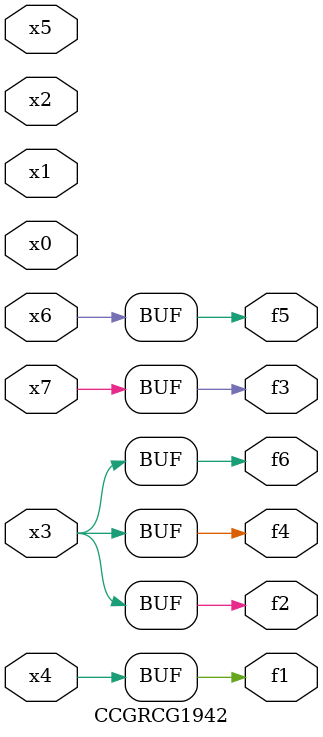
<source format=v>
module CCGRCG1942(
	input x0, x1, x2, x3, x4, x5, x6, x7,
	output f1, f2, f3, f4, f5, f6
);
	assign f1 = x4;
	assign f2 = x3;
	assign f3 = x7;
	assign f4 = x3;
	assign f5 = x6;
	assign f6 = x3;
endmodule

</source>
